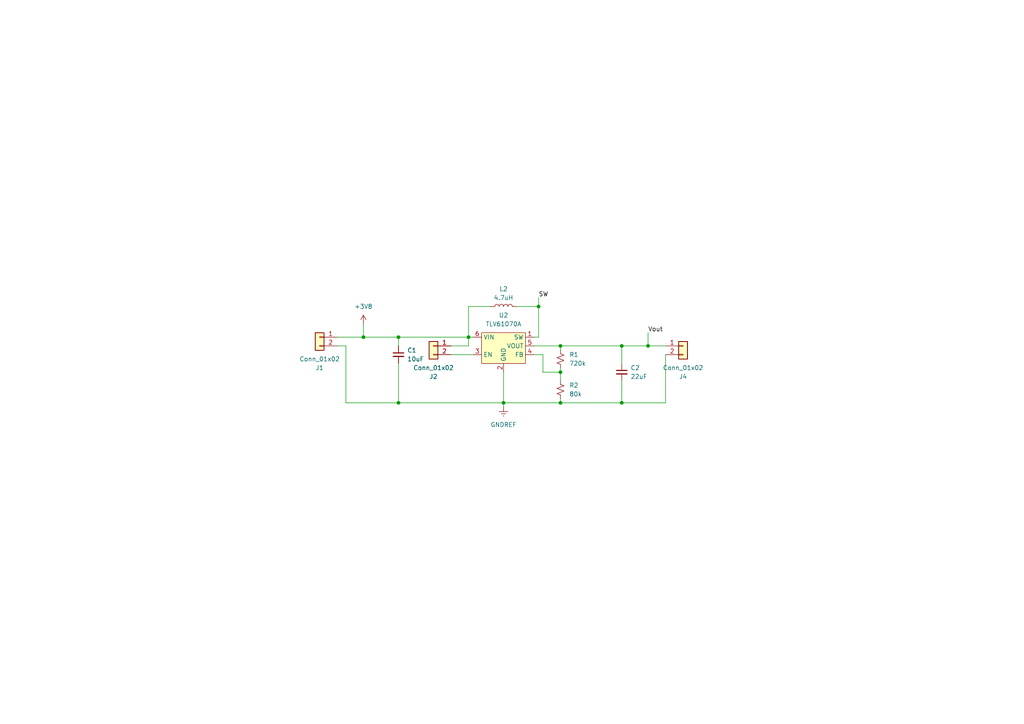
<source format=kicad_sch>
(kicad_sch (version 20231120) (generator "eeschema") (generator_version "8.0")
  (paper "A4")
  (lib_symbols
    (symbol "Connector_Generic:Conn_01x02" (pin_names (offset 1.016) hide)
      (property "Reference" "J" (at 0 2.54 0))
      (property "Value" "Conn_01x02" (at 0 -5.08 0))
      (symbol "Conn_01x02_1_1"
        (rectangle (start -1.27 -2.413) (end 0 -2.667) (stroke (width 0.1524)))
        (rectangle (start -1.27 0.127) (end 0 -0.127) (stroke (width 0.1524)))
        (rectangle (start -1.27 1.27) (end 1.27 -3.81) (stroke (width 0.254)) (fill (type background)))
        (pin passive line (at -5.08 0 0) (length 3.81) (name "Pin_1") (number "1"))
        (pin passive line (at -5.08 -2.54 0) (length 3.81) (name "Pin_2") (number "2"))
      )
    )
    (symbol "DCDC-Converter-Boost:TLV61070A"
      (property "Reference" "U" (at -5.08 5.08 0))
      (property "Value" "TLV61070A" (at 0 0 0))
      (symbol "TLV61070A_0_1"
        (rectangle (start -6.35 3.81) (end 6.35 -5.08) (fill (type background)))
      )
      (symbol "TLV61070A_1_1"
        (pin power_in line (at 8.89 2.54 180) (length 2.54) (name "SW") (number "1"))
        (pin power_in line (at 0 -7.62 90) (length 2.54) (name "GND") (number "2"))
        (pin input line (at -8.89 -2.54 0) (length 2.54) (name "EN") (number "3"))
        (pin input line (at 8.89 -2.54 180) (length 2.54) (name "FB") (number "4"))
        (pin power_out line (at 8.89 0 180) (length 2.54) (name "VOUT") (number "5"))
        (pin power_in line (at -8.89 2.54 0) (length 2.54) (name "VIN") (number "6"))
      )
    )
    (symbol "Device:C_Small" (pin_numbers hide) (pin_names (offset 0.254) hide)
      (property "Reference" "C" (at 0.254 1.778 0))
      (property "Value" "C_Small" (at 0.254 -2.032 0))
      (symbol "C_Small_0_1"
        (polyline (pts (xy -1.524 -0.508) (xy 1.524 -0.508)) (stroke (width 0.3302)))
        (polyline (pts (xy -1.524 0.508) (xy 1.524 0.508)) (stroke (width 0.3048)))
      )
      (symbol "C_Small_1_1"
        (pin passive line (at 0 2.54 270) (length 2.032) (name "~") (number "1"))
        (pin passive line (at 0 -2.54 90) (length 2.032) (name "~") (number "2"))
      )
    )
    (symbol "Device:L" (pin_numbers hide) (pin_names (offset 1.016) hide)
      (property "Reference" "L" (at -1.27 0 90))
      (property "Value" "L" (at 1.905 0 90))
      (symbol "L_0_1"
        (arc (start 0 -2.54) (mid 0.6323 -1.905) (end 0 -1.27))
        (arc (start 0 -1.27) (mid 0.6323 -0.635) (end 0 0))
        (arc (start 0 0) (mid 0.6323 0.635) (end 0 1.27))
        (arc (start 0 1.27) (mid 0.6323 1.905) (end 0 2.54))
      )
      (symbol "L_1_1"
        (pin passive line (at 0 3.81 270) (length 1.27) (name "1") (number "1"))
        (pin passive line (at 0 -3.81 90) (length 1.27) (name "2") (number "2"))
      )
    )
    (symbol "Device:R_Small_US" (pin_numbers hide) (pin_names (offset 0.254) hide)
      (property "Reference" "R" (at 0.762 0.508 0))
      (property "Value" "R_Small_US" (at 0.762 -1.016 0))
      (symbol "R_Small_US_1_1"
        (polyline (pts (xy 0 0) (xy 1.016 -0.381) (xy 0 -0.762) (xy -1.016 -1.143) (xy 0 -1.524)))
        (polyline (pts (xy 0 1.524) (xy 1.016 1.143) (xy 0 0.762) (xy -1.016 0.381) (xy 0 0)))
        (pin passive line (at 0 2.54 270) (length 1.016) (name "~") (number "1"))
        (pin passive line (at 0 -2.54 90) (length 1.016) (name "~") (number "2"))
      )
    )
    (symbol "power:+3V8" (power) (pin_names (offset 0))
      (property "Value" "+3V8" (at 0 3.556 0))
      (symbol "+3V8_0_1"
        (polyline (pts (xy -0.762 1.27) (xy 0 2.54)))
        (polyline (pts (xy 0 0) (xy 0 2.54)))
        (polyline (pts (xy 0 2.54) (xy 0.762 1.27)))
      )
      (symbol "+3V8_1_1"
        (pin power_in line (at 0 0 90) (length 0) hide (name "+3V8") (number "1"))
      )
    )
    (symbol "power:GNDREF" (power) (pin_names (offset 0))
      (property "Value" "GNDREF" (at 0 -3.81 0))
      (symbol "GNDREF_0_1"
        (polyline (pts (xy -0.635 -1.905) (xy 0.635 -1.905)))
        (polyline (pts (xy -0.127 -2.54) (xy 0.127 -2.54)))
        (polyline (pts (xy 0 -1.27) (xy 0 0)))
        (polyline (pts (xy 1.27 -1.27) (xy -1.27 -1.27)))
      )
      (symbol "GNDREF_1_1"
        (pin power_in line (at 0 0 270) (length 0) hide (name "GNDREF") (number "1"))
      )
    )
  )
  (junction (at 105.41 97.79))
  (junction (at 162.56 100.33))
  (junction (at 187.96 100.33))
  (junction (at 162.56 116.84))
  (junction (at 146.05 116.84))
  (junction (at 180.34 116.84))
  (junction (at 156.21 88.9))
  (junction (at 162.56 107.95))
  (junction (at 115.57 116.84))
  (junction (at 135.89 97.79))
  (junction (at 115.57 97.79))
  (junction (at 180.34 100.33))
  (wire (pts (xy 146.05 116.84) (xy 146.05 118.11)))
  (wire (pts (xy 130.81 100.33) (xy 135.89 100.33)))
  (wire (pts (xy 105.41 97.79) (xy 115.57 97.79)))
  (wire (pts (xy 156.21 88.9) (xy 156.21 97.79)))
  (wire (pts (xy 149.86 88.9) (xy 156.21 88.9)))
  (wire (pts (xy 105.41 93.98) (xy 105.41 97.79)))
  (wire (pts (xy 135.89 88.9) (xy 135.89 97.79)))
  (wire (pts (xy 162.56 116.84) (xy 146.05 116.84)))
  (wire (pts (xy 193.04 116.84) (xy 180.34 116.84)))
  (wire (pts (xy 130.81 102.87) (xy 137.16 102.87)))
  (wire (pts (xy 187.96 96.52) (xy 187.96 100.33)))
  (wire (pts (xy 115.57 105.41) (xy 115.57 116.84)))
  (wire (pts (xy 180.34 100.33) (xy 162.56 100.33)))
  (wire (pts (xy 97.79 97.79) (xy 105.41 97.79)))
  (wire (pts (xy 142.24 88.9) (xy 135.89 88.9)))
  (wire (pts (xy 115.57 100.33) (xy 115.57 97.79)))
  (wire (pts (xy 97.79 100.33) (xy 100.33 100.33)))
  (wire (pts (xy 180.34 110.49) (xy 180.34 116.84)))
  (wire (pts (xy 157.48 102.87) (xy 157.48 107.95)))
  (wire (pts (xy 180.34 105.41) (xy 180.34 100.33)))
  (wire (pts (xy 115.57 97.79) (xy 135.89 97.79)))
  (wire (pts (xy 135.89 100.33) (xy 135.89 97.79)))
  (wire (pts (xy 193.04 102.87) (xy 193.04 116.84)))
  (wire (pts (xy 156.21 97.79) (xy 154.94 97.79)))
  (wire (pts (xy 154.94 102.87) (xy 157.48 102.87)))
  (wire (pts (xy 154.94 100.33) (xy 162.56 100.33)))
  (wire (pts (xy 162.56 115.57) (xy 162.56 116.84)))
  (wire (pts (xy 115.57 116.84) (xy 146.05 116.84)))
  (wire (pts (xy 100.33 100.33) (xy 100.33 116.84)))
  (wire (pts (xy 162.56 116.84) (xy 180.34 116.84)))
  (wire (pts (xy 146.05 107.95) (xy 146.05 116.84)))
  (wire (pts (xy 180.34 100.33) (xy 187.96 100.33)))
  (wire (pts (xy 162.56 101.6) (xy 162.56 100.33)))
  (wire (pts (xy 135.89 97.79) (xy 137.16 97.79)))
  (wire (pts (xy 156.21 86.36) (xy 156.21 88.9)))
  (wire (pts (xy 162.56 107.95) (xy 162.56 110.49)))
  (wire (pts (xy 100.33 116.84) (xy 115.57 116.84)))
  (wire (pts (xy 187.96 100.33) (xy 193.04 100.33)))
  (wire (pts (xy 162.56 106.68) (xy 162.56 107.95)))
  (wire (pts (xy 157.48 107.95) (xy 162.56 107.95)))
  (label "Vout" (at 187.96 96.52 0))
  (label "SW" (at 156.21 86.36 0))
  (symbol (lib_id "Device:C_Small") (at 115.57 102.87 0) (unit 1)
    (property "Reference" "C1" (at 118.11 101.6062 0) (effects (justify left)))
    (property "Value" "10uF" (at 118.11 104.1462 0) (effects (justify left)))
    (property "Footprint" "Capacitor_SMD:C_1206_3216Metric" (effects (hide yes)))
  )
  (symbol (lib_id "Device:L") (at 146.05 88.9 90) (unit 1)
    (property "Reference" "L2" (at 146.05 83.82 90))
    (property "Value" "4.7uH" (at 146.05 86.36 90))
    (property "Footprint" "InductorCustom:Bourns SRP30xx" (effects (hide yes)))
    (property "Datasheet" "https://www.ti.com/lit/ds/symlink/tlv61070a.pdf" (effects (hide yes)))
  )
  (symbol (lib_id "Connector_Generic:Conn_01x02") (at 198.12 100.33 0) (unit 1)
    (property "Reference" "J4" (at 198.12 109.22 0))
    (property "Value" "Conn_01x02" (at 198.12 106.68 0))
    (property "Footprint" "Connector_PinHeader_2.54mm:PinHeader_1x02_P2.54mm_Vertical" (effects (hide yes)))
  )
  (symbol (lib_id "power:GNDREF") (at 146.05 118.11 0) (unit 1)
    (property "Reference" "#PWR01" (effects (hide yes)))
    (property "Value" "GNDREF" (at 146.05 123.19 0))
  )
  (symbol (lib_id "Device:C_Small") (at 180.34 107.95 0) (unit 1)
    (property "Reference" "C2" (at 182.88 106.6862 0) (effects (justify left)))
    (property "Value" "22uF" (at 182.88 109.2262 0) (effects (justify left)))
    (property "Footprint" "Capacitor_SMD:C_1206_3216Metric" (effects (hide yes)))
  )
  (symbol (lib_id "Connector_Generic:Conn_01x02") (at 125.73 100.33 0) (mirror y) (unit 1)
    (property "Reference" "J2" (at 125.73 109.22 0))
    (property "Value" "Conn_01x02" (at 125.73 106.68 0))
    (property "Footprint" "Connector_PinHeader_2.54mm:PinHeader_1x02_P2.54mm_Vertical" (effects (hide yes)))
  )
  (symbol (lib_id "power:+3V8") (at 105.41 93.98 0) (unit 1)
    (property "Reference" "#PWR02" (effects (hide yes)))
    (property "Value" "+3V8" (at 105.41 88.9 0))
  )
  (symbol (lib_id "Device:R_Small_US") (at 162.56 104.14 0) (unit 1)
    (property "Reference" "R1" (at 165.1 102.87 0) (effects (justify left)))
    (property "Value" "720k" (at 165.1 105.41 0) (effects (justify left)))
    (property "Footprint" "Resistor_SMD:R_0603_1608Metric_Pad0.98x0.95mm_HandSolder" (effects (hide yes)))
  )
  (symbol (lib_id "DCDC-Converter-Boost:TLV61070A") (at 146.05 100.33 0) (unit 1)
    (property "Reference" "U2" (at 146.05 91.44 0))
    (property "Value" "TLV61070A" (at 146.05 93.98 0))
    (property "Footprint" "Package_TO_SOT_SMD:SOT-23-6" (effects (hide yes)))
    (property "Datasheet" "https://www.ti.com/lit/ds/symlink/tlv61070a.pdf" (effects (hide yes)))
  )
  (symbol (lib_id "Connector_Generic:Conn_01x02") (at 92.71 97.79 0) (mirror y) (unit 1)
    (property "Reference" "J1" (at 92.71 106.68 0))
    (property "Value" "Conn_01x02" (at 92.71 104.14 0))
    (property "Footprint" "Connector_PinHeader_2.54mm:PinHeader_1x02_P2.54mm_Vertical" (effects (hide yes)))
  )
  (symbol (lib_id "Device:R_Small_US") (at 162.56 113.03 0) (unit 1)
    (property "Reference" "R2" (at 165.1 111.76 0) (effects (justify left)))
    (property "Value" "80k" (at 165.1 114.3 0) (effects (justify left)))
    (property "Footprint" "Resistor_SMD:R_0603_1608Metric" (effects (hide yes)))
  )
)
</source>
